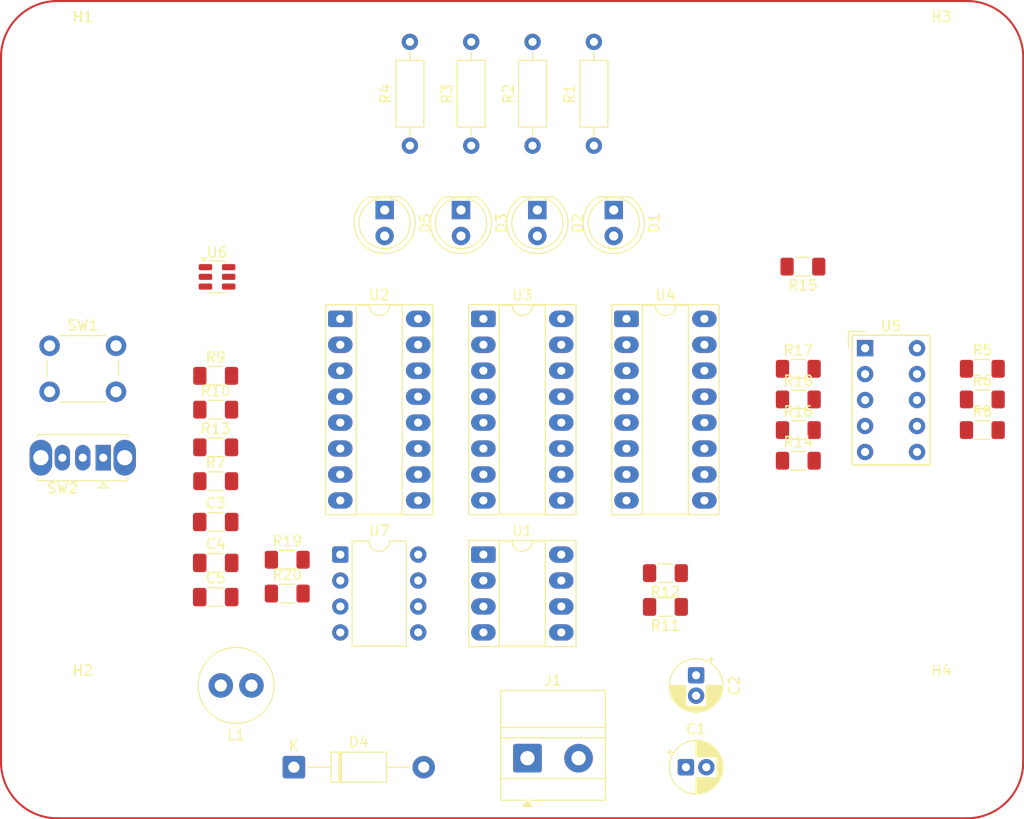
<source format=kicad_pcb>
(kicad_pcb (version 20241229) (generator "pcbnew") (generator_version "9.0")
  (layers (0 "F.Cu" signal) (2 "B.Cu" signal) (13 "F.Paste" user) (15 "B.Paste" user) (5 "F.SilkS" user "F.Silkscreen") (7 "B.SilkS" user "B.Silkscreen") (1 "F.Mask" user) (3 "B.Mask" user) (25 "Edge.Cuts" user))
  (net 0 "")
  (net 1 "GND")
  (net 2 "VD")
  (net 3 "+5V")
  (net 4 "Net-(SW2-A)")
  (net 5 "Net-(U7-THR)")
  (net 6 "Q0")
  (net 7 "Net-(D1-K)")
  (net 8 "Net-(D2-K)")
  (net 9 "Q1")
  (net 10 "Net-(D3-K)")
  (net 11 "Q2")
  (net 12 "Net-(D4-K)")
  (net 13 "Net-(D5-K)")
  (net 14 "Q3")
  (net 15 "Net-(U4-a)")
  (net 16 "Net-(U5-A)")
  (net 17 "Net-(U4-b)")
  (net 18 "Net-(U5-B)")
  (net 19 "Clock")
  (net 20 "Net-(U4-c)")
  (net 21 "Net-(U5-C)")
  (net 22 "Net-(U2A-J)")
  (net 23 "Net-(U2B-J)")
  (net 24 "Net-(U3A-J)")
  (net 25 "Net-(U3B-J)")
  (net 26 "Net-(R13-Pad1)")
  (net 27 "Net-(U4-d)")
  (net 28 "Net-(U5-D)")
  (net 29 "Net-(U4-BI)")
  (net 30 "Net-(U5-E)")
  (net 31 "Net-(U4-e)")
  (net 32 "Net-(U4-f)")
  (net 33 "Net-(U5-F)")
  (net 34 "Net-(U5-G)")
  (net 35 "Net-(U4-g)")
  (net 36 "Net-(U7-DIS)")
  (net 37 "555")
  (net 40 "Reset")
  (footprint "Button_Switch_THT:SW_PUSH_6mm_H4.3mm" (layer "F.Cu") (at 103.75 84.75)
    (property "Reference" "SW1" (at 3.25 -2 0) (layer "F.SilkS"))
    (property "Value" "SW_Push")
    (pad "1" thru_hole circle (at 0 0 90) (size 2 2) (drill 1.1) (layers "*.Cu" "*.Mask") (net 1 "GND"))
    (pad "1" thru_hole circle (at 6.5 0 90) (size 2 2) (drill 1.1) (layers "*.Cu" "*.Mask") (net 1 "GND"))
    (pad "2" thru_hole circle (at 0 4.5 90) (size 2 2) (drill 1.1) (layers "*.Cu" "*.Mask") (net 26 "Net-(R13-Pad1)"))
    (pad "2" thru_hole circle (at 6.5 4.5 90) (size 2 2) (drill 1.1) (layers "*.Cu" "*.Mask") (net 26 "Net-(R13-Pad1)"))
  )
  (footprint "Resistor_SMD:R_1206_3216Metric_Pad1.30x1.75mm_HandSolder" (layer "F.Cu") (at 120 94.69)
    (property "Reference" "R13" (at 0 -1.83 0) (layer "F.SilkS"))
    (property "Value" "2k")
    (pad "1" smd roundrect (at -1.55 0) (size 1.3 1.75) (layers "F.Cu" "F.Mask" "F.Paste") (roundrect_rratio 0.192308) (net 26 "Net-(R13-Pad1)"))
    (pad "2" smd roundrect (at 1.55 0) (size 1.3 1.75) (layers "F.Cu" "F.Mask" "F.Paste") (roundrect_rratio 0.192308) (net 4 "Net-(SW2-A)"))
  )
  (footprint "Resistor_SMD:R_1206_3216Metric_Pad1.30x1.75mm_HandSolder" (layer "F.Cu") (at 195 93)
    (property "Reference" "R8" (at 0 -1.83 0) (layer "F.SilkS"))
    (property "Value" "2k")
    (pad "1" smd roundrect (at -1.55 0) (size 1.3 1.75) (layers "F.Cu" "F.Mask" "F.Paste") (roundrect_rratio 0.192308) (net 21 "Net-(U5-C)"))
    (pad "2" smd roundrect (at 1.55 0) (size 1.3 1.75) (layers "F.Cu" "F.Mask" "F.Paste") (roundrect_rratio 0.192308) (net 20 "Net-(U4-c)"))
  )
  (footprint "Resistor_SMD:R_1206_3216Metric_Pad1.30x1.75mm_HandSolder" (layer "F.Cu") (at 120 91)
    (property "Reference" "R10" (at 0 -1.83 0) (layer "F.SilkS"))
    (property "Value" "10K")
    (pad "1" smd roundrect (at -1.55 0) (size 1.3 1.75) (layers "F.Cu" "F.Mask" "F.Paste") (roundrect_rratio 0.192308) (net 23 "Net-(U2B-J)"))
    (pad "2" smd roundrect (at 1.55 0) (size 1.3 1.75) (layers "F.Cu" "F.Mask" "F.Paste") (roundrect_rratio 0.192308) (net 3 "+5V"))
  )
  (footprint "Resistor_SMD:R_1206_3216Metric_Pad1.30x1.75mm_HandSolder" (layer "F.Cu") (at 177 87)
    (property "Reference" "R17" (at 0 -1.83 0) (layer "F.SilkS"))
    (property "Value" "2k")
    (pad "1" smd roundrect (at -1.55 0) (size 1.3 1.75) (layers "F.Cu" "F.Mask" "F.Paste") (roundrect_rratio 0.192308) (net 32 "Net-(U4-f)"))
    (pad "2" smd roundrect (at 1.55 0) (size 1.3 1.75) (layers "F.Cu" "F.Mask" "F.Paste") (roundrect_rratio 0.192308) (net 33 "Net-(U5-F)"))
  )
  (footprint "MountingHole:MountingHole_5.5mm" (layer "F.Cu") (at 191 123)
    (property "Reference" "H4" (at 0 -6.45 0) (layer "F.SilkS"))
    (property "Value" "MountingHole")
    (pad "" np_thru_hole circle (at 0 0) (size 5.5 5.5) (drill 5.5) (layers "*.Cu" "*.Mask"))
  )
  (footprint "Package_TO_SOT_SMD:SOT-23-6" (layer "F.Cu") (at 120.1375 78)
    (property "Reference" "U6" (at 0 -2.4 0) (layer "F.SilkS"))
    (property "Value" "74LVC1G11")
    (pad "1" smd roundrect (at -1.1375 -0.95) (size 1.325 0.6) (layers "F.Cu" "F.Mask" "F.Paste") (net 14 "Q3"))
    (pad "2" smd roundrect (at -1.1375 0) (size 1.325 0.6) (layers "F.Cu" "F.Mask" "F.Paste") (net 1 "GND"))
    (pad "3" smd roundrect (at -1.1375 0.95) (size 1.325 0.6) (layers "F.Cu" "F.Mask" "F.Paste") (net 19 "Clock"))
    (pad "4" smd roundrect (at 1.1375 0.95) (size 1.325 0.6) (layers "F.Cu" "F.Mask" "F.Paste") (net 40 "Reset"))
    (pad "5" smd roundrect (at 1.1375 0) (size 1.325 0.6) (layers "F.Cu" "F.Mask" "F.Paste") (net 3 "+5V"))
    (pad "6" smd roundrect (at 1.1375 -0.95) (size 1.325 0.6) (layers "F.Cu" "F.Mask" "F.Paste") (net 9 "Q1"))
  )
  (footprint "Button_Switch_THT:SW_Slide_SPDT_Straight_CK_OS102011MS2Q" (layer "F.Cu") (at 109 95.7025 180)
    (property "Reference" "SW2" (at 3.99 -2.99 0) (layer "F.SilkS"))
    (property "Value" "SW_SPDT_312")
    (pad "" thru_hole oval (at -2.1 0 180) (size 2.2 3.5) (drill 1.5) (layers "*.Cu" "*.Mask"))
    (pad "" thru_hole oval (at 6.1 0 180) (size 2.2 3.5) (drill 1.5) (layers "*.Cu" "*.Mask"))
    (pad "1" thru_hole rect (at 0 0 180) (size 1.5 2.5) (drill 0.8) (layers "*.Cu" "*.Mask") (net 19 "Clock"))
    (pad "2" thru_hole oval (at 2 0 180) (size 1.5 2.5) (drill 0.8) (layers "*.Cu" "*.Mask") (net 37 "555"))
    (pad "3" thru_hole oval (at 4 0 180) (size 1.5 2.5) (drill 0.8) (layers "*.Cu" "*.Mask") (net 4 "Net-(SW2-A)"))
  )
  (footprint "Resistor_SMD:R_1206_3216Metric_Pad1.30x1.75mm_HandSolder" (layer "F.Cu") (at 195 90)
    (property "Reference" "R6" (at 0 -1.83 0) (layer "F.SilkS"))
    (property "Value" "2k")
    (pad "1" smd roundrect (at -1.55 0) (size 1.3 1.75) (layers "F.Cu" "F.Mask" "F.Paste") (roundrect_rratio 0.192308) (net 17 "Net-(U4-b)"))
    (pad "2" smd roundrect (at 1.55 0) (size 1.3 1.75) (layers "F.Cu" "F.Mask" "F.Paste") (roundrect_rratio 0.192308) (net 18 "Net-(U5-B)"))
  )
  (footprint "Resistor_THT:R_Axial_DIN0207_L6.3mm_D2.5mm_P10.16mm_Horizontal" (layer "F.Cu") (at 145 65.16 90)
    (property "Reference" "R3" (at 5.08 -2.37 90) (layer "F.SilkS"))
    (property "Value" "4k7")
    (pad "1" thru_hole circle (at 0 0 90) (size 1.6 1.6) (drill 0.8) (layers "*.Cu" "*.Mask") (net 10 "Net-(D3-K)"))
    (pad "2" thru_hole circle (at 10.16 0 90) (size 1.6 1.6) (drill 0.8) (layers "*.Cu" "*.Mask") (net 1 "GND"))
  )
  (footprint "Package_DIP:DIP-16_W7.62mm_Socket_LongPads" (layer "F.Cu") (at 132.19 82.11)
    (property "Reference" "U2" (at 3.81 -2.33 0) (layer "F.SilkS"))
    (property "Value" "4027")
    (pad "1" thru_hole roundrect (at 0 0) (size 2.4 1.6) (drill 0.8) (layers "*.Cu" "*.Mask") (roundrect_rratio 0.15625) (net 6 "Q0"))
    (pad "2" thru_hole oval (at 0 2.54) (size 2.4 1.6) (drill 0.8) (layers "*.Cu" "*.Mask"))
    (pad "3" thru_hole oval (at 0 5.08) (size 2.4 1.6) (drill 0.8) (layers "*.Cu" "*.Mask") (net 19 "Clock"))
    (pad "4" thru_hole oval (at 0 7.62) (size 2.4 1.6) (drill 0.8) (layers "*.Cu" "*.Mask") (net 40 "Reset"))
    (pad "5" thru_hole oval (at 0 10.16) (size 2.4 1.6) (drill 0.8) (layers "*.Cu" "*.Mask") (net 22 "Net-(U2A-J)"))
    (pad "6" thru_hole oval (at 0 12.7) (size 2.4 1.6) (drill 0.8) (layers "*.Cu" "*.Mask") (net 22 "Net-(U2A-J)"))
    (pad "7" thru_hole oval (at 0 15.24) (size 2.4 1.6) (drill 0.8) (layers "*.Cu" "*.Mask") (net 1 "GND"))
    (pad "8" thru_hole oval (at 0 17.78) (size 2.4 1.6) (drill 0.8) (layers "*.Cu" "*.Mask") (net 1 "GND"))
    (pad "9" thru_hole oval (at 7.62 17.78) (size 2.4 1.6) (drill 0.8) (layers "*.Cu" "*.Mask") (net 1 "GND"))
    (pad "10" thru_hole oval (at 7.62 15.24) (size 2.4 1.6) (drill 0.8) (layers "*.Cu" "*.Mask") (net 23 "Net-(U2B-J)"))
    (pad "11" thru_hole oval (at 7.62 12.7) (size 2.4 1.6) (drill 0.8) (layers "*.Cu" "*.Mask") (net 23 "Net-(U2B-J)"))
    (pad "12" thru_hole oval (at 7.62 10.16) (size 2.4 1.6) (drill 0.8) (layers "*.Cu" "*.Mask") (net 40 "Reset"))
    (pad "13" thru_hole oval (at 7.62 7.62) (size 2.4 1.6) (drill 0.8) (layers "*.Cu" "*.Mask") (net 6 "Q0"))
    (pad "14" thru_hole oval (at 7.62 5.08) (size 2.4 1.6) (drill 0.8) (layers "*.Cu" "*.Mask"))
    (pad "15" thru_hole oval (at 7.62 2.54) (size 2.4 1.6) (drill 0.8) (layers "*.Cu" "*.Mask") (net 9 "Q1"))
    (pad "16" thru_hole oval (at 7.62 0) (size 2.4 1.6) (drill 0.8) (layers "*.Cu" "*.Mask") (net 3 "+5V"))
  )
  (footprint "Capacitor_THT:CP_Radial_D5.0mm_P2.00mm" (layer "F.Cu") (at 167 117 -90)
    (property "Reference" "C2" (at 1 -3.75 90) (layer "F.SilkS"))
    (property "Value" "220u")
    (pad "1" thru_hole roundrect (at 0 0 270) (size 1.6 1.6) (drill 0.8) (layers "*.Cu" "*.Mask") (roundrect_rratio 0.15625) (net 3 "+5V"))
    (pad "2" thru_hole circle (at 2 0 270) (size 1.6 1.6) (drill 0.8) (layers "*.Cu" "*.Mask") (net 1 "GND"))
  )
  (footprint "Resistor_SMD:R_1206_3216Metric_Pad1.30x1.75mm_HandSolder" (layer "F.Cu") (at 127 105.69)
    (property "Reference" "R19" (at 0 -1.83 0) (layer "F.SilkS"))
    (property "Value" "47k")
    (pad "1" smd roundrect (at -1.55 0) (size 1.3 1.75) (layers "F.Cu" "F.Mask" "F.Paste") (roundrect_rratio 0.192308) (net 3 "+5V"))
    (pad "2" smd roundrect (at 1.55 0) (size 1.3 1.75) (layers "F.Cu" "F.Mask" "F.Paste") (roundrect_rratio 0.192308) (net 36 "Net-(U7-DIS)"))
  )
  (footprint "Resistor_SMD:R_1206_3216Metric_Pad1.30x1.75mm_HandSolder" (layer "F.Cu") (at 177.45 77 180)
    (property "Reference" "R15" (at 0 -1.83 0) (layer "F.SilkS"))
    (property "Value" "10k")
    (pad "1" smd roundrect (at -1.55 0 180) (size 1.3 1.75) (layers "F.Cu" "F.Mask" "F.Paste") (roundrect_rratio 0.192308) (net 3 "+5V"))
    (pad "2" smd roundrect (at 1.55 0 180) (size 1.3 1.75) (layers "F.Cu" "F.Mask" "F.Paste") (roundrect_rratio 0.192308) (net 29 "Net-(U4-BI)"))
  )
  (footprint "Package_DIP:DIP-8_W7.62mm" (layer "F.Cu") (at 132.195 105.19)
    (property "Reference" "U7" (at 3.81 -2.33 0) (layer "F.SilkS"))
    (property "Value" "NE555P")
    (pad "1" thru_hole roundrect (at 0 0) (size 1.6 1.6) (drill 0.8) (layers "*.Cu" "*.Mask") (roundrect_rratio 0.15625) (net 1 "GND"))
    (pad "2" thru_hole circle (at 0 2.54) (size 1.6 1.6) (drill 0.8) (layers "*.Cu" "*.Mask") (net 5 "Net-(U7-THR)"))
    (pad "3" thru_hole circle (at 0 5.08) (size 1.6 1.6) (drill 0.8) (layers "*.Cu" "*.Mask") (net 37 "555"))
    (pad "4" thru_hole circle (at 0 7.62) (size 1.6 1.6) (drill 0.8) (layers "*.Cu" "*.Mask") (net 3 "+5V"))
    (pad "5" thru_hole circle (at 7.62 7.62) (size 1.6 1.6) (drill 0.8) (layers "*.Cu" "*.Mask"))
    (pad "6" thru_hole circle (at 7.62 5.08) (size 1.6 1.6) (drill 0.8) (layers "*.Cu" "*.Mask") (net 5 "Net-(U7-THR)"))
    (pad "7" thru_hole circle (at 7.62 2.54) (size 1.6 1.6) (drill 0.8) (layers "*.Cu" "*.Mask") (net 36 "Net-(U7-DIS)"))
    (pad "8" thru_hole circle (at 7.62 0) (size 1.6 1.6) (drill 0.8) (layers "*.Cu" "*.Mask") (net 3 "+5V"))
  )
  (footprint "Resistor_THT:R_Axial_DIN0207_L6.3mm_D2.5mm_P10.16mm_Horizontal" (layer "F.Cu") (at 139 65.16 90)
    (property "Reference" "R4" (at 5.08 -2.37 90) (layer "F.SilkS"))
    (property "Value" "4kz")
    (pad "1" thru_hole circle (at 0 0 90) (size 1.6 1.6) (drill 0.8) (layers "*.Cu" "*.Mask") (net 13 "Net-(D5-K)"))
    (pad "2" thru_hole circle (at 10.16 0 90) (size 1.6 1.6) (drill 0.8) (layers "*.Cu" "*.Mask") (net 1 "GND"))
  )
  (footprint "Package_DIP:DIP-16_W7.62mm_Socket_LongPads" (layer "F.Cu") (at 146.19 82.11)
    (property "Reference" "U3" (at 3.81 -2.33 0) (layer "F.SilkS"))
    (property "Value" "4027")
    (pad "1" thru_hole roundrect (at 0 0) (size 2.4 1.6) (drill 0.8) (layers "*.Cu" "*.Mask") (roundrect_rratio 0.15625) (net 11 "Q2"))
    (pad "2" thru_hole oval (at 0 2.54) (size 2.4 1.6) (drill 0.8) (layers "*.Cu" "*.Mask"))
    (pad "3" thru_hole oval (at 0 5.08) (size 2.4 1.6) (drill 0.8) (layers "*.Cu" "*.Mask") (net 9 "Q1"))
    (pad "4" thru_hole oval (at 0 7.62) (size 2.4 1.6) (drill 0.8) (layers "*.Cu" "*.Mask") (net 40 "Reset"))
    (pad "5" thru_hole oval (at 0 10.16) (size 2.4 1.6) (drill 0.8) (layers "*.Cu" "*.Mask") (net 24 "Net-(U3A-J)"))
    (pad "6" thru_hole oval (at 0 12.7) (size 2.4 1.6) (drill 0.8) (layers "*.Cu" "*.Mask") (net 24 "Net-(U3A-J)"))
    (pad "7" thru_hole oval (at 0 15.24) (size 2.4 1.6) (drill 0.8) (layers "*.Cu" "*.Mask") (net 1 "GND"))
    (pad "8" thru_hole oval (at 0 17.78) (size 2.4 1.6) (drill 0.8) (layers "*.Cu" "*.Mask") (net 1 "GND"))
    (pad "9" thru_hole oval (at 7.62 17.78) (size 2.4 1.6) (drill 0.8) (layers "*.Cu" "*.Mask") (net 1 "GND"))
    (pad "10" thru_hole oval (at 7.62 15.24) (size 2.4 1.6) (drill 0.8) (layers "*.Cu" "*.Mask") (net 25 "Net-(U3B-J)"))
    (pad "11" thru_hole oval (at 7.62 12.7) (size 2.4 1.6) (drill 0.8) (layers "*.Cu" "*.Mask") (net 25 "Net-(U3B-J)"))
    (pad "12" thru_hole oval (at 7.62 10.16) (size 2.4 1.6) (drill 0.8) (layers "*.Cu" "*.Mask") (net 40 "Reset"))
    (pad "13" thru_hole oval (at 7.62 7.62) (size 2.4 1.6) (drill 0.8) (layers "*.Cu" "*.Mask") (net 11 "Q2"))
    (pad "14" thru_hole oval (at 7.62 5.08) (size 2.4 1.6) (drill 0.8) (layers "*.Cu" "*.Mask"))
    (pad "15" thru_hole oval (at 7.62 2.54) (size 2.4 1.6) (drill 0.8) (layers "*.Cu" "*.Mask") (net 14 "Q3"))
    (pad "16" thru_hole oval (at 7.62 0) (size 2.4 1.6) (drill 0.8) (layers "*.Cu" "*.Mask") (net 3 "+5V"))
  )
  (footprint "MountingHole:MountingHole_5.5mm" (layer "F.Cu") (at 191 59)
    (property "Reference" "H3" (at 0 -6.45 0) (layer "F.SilkS"))
    (property "Value" "MountingHole")
    (pad "" np_thru_hole circle (at 0 0) (size 5.5 5.5) (drill 5.5) (layers "*.Cu" "*.Mask"))
  )
  (footprint "MountingHole:MountingHole_5.5mm" (layer "F.Cu") (at 107 59)
    (property "Reference" "H1" (at 0 -6.45 0) (layer "F.SilkS"))
    (property "Value" "MountingHole")
    (pad "" np_thru_hole circle (at 0 0) (size 5.5 5.5) (drill 5.5) (layers "*.Cu" "*.Mask"))
  )
  (footprint "Package_DIP:DIP-16_W7.62mm_Socket_LongPads" (layer "F.Cu") (at 160.19 82.11)
    (property "Reference" "U4" (at 3.81 -2.33 0) (layer "F.SilkS"))
    (property "Value" "74LS47")
    (pad "1" thru_hole roundrect (at 0 0) (size 2.4 1.6) (drill 0.8) (layers "*.Cu" "*.Mask") (roundrect_rratio 0.15625) (net 9 "Q1"))
    (pad "2" thru_hole oval (at 0 2.54) (size 2.4 1.6) (drill 0.8) (layers "*.Cu" "*.Mask") (net 11 "Q2"))
    (pad "3" thru_hole oval (at 0 5.08) (size 2.4 1.6) (drill 0.8) (layers "*.Cu" "*.Mask") (net 29 "Net-(U4-BI)"))
    (pad "4" thru_hole oval (at 0 7.62) (size 2.4 1.6) (drill 0.8) (layers "*.Cu" "*.Mask") (net 29 "Net-(U4-BI)"))
    (pad "5" thru_hole oval (at 0 10.16) (size 2.4 1.6) (drill 0.8) (layers "*.Cu" "*.Mask") (net 29 "Net-(U4-BI)"))
    (pad "6" thru_hole oval (at 0 12.7) (size 2.4 1.6) (drill 0.8) (layers "*.Cu" "*.Mask") (net 14 "Q3"))
    (pad "7" thru_hole oval (at 0 15.24) (size 2.4 1.6) (drill 0.8) (layers "*.Cu" "*.Mask") (net 6 "Q0"))
    (pad "8" thru_hole oval (at 0 17.78) (size 2.4 1.6) (drill 0.8) (layers "*.Cu" "*.Mask") (net 1 "GND"))
    (pad "9" thru_hole oval (at 7.62 17.78) (size 2.4 1.6) (drill 0.8) (layers "*.Cu" "*.Mask") (net 31 "Net-(U4-e)"))
    (pad "10" thru_hole oval (at 7.62 15.24) (size 2.4 1.6) (drill 0.8) (layers "*.Cu" "*.Mask") (net 27 "Net-(U4-d)"))
    (pad "11" thru_hole oval (at 7.62 12.7) (size 2.4 1.6) (drill 0.8) (layers "*.Cu" "*.Mask") (net 20 "Net-(U4-c)"))
    (pad "12" thru_hole oval (at 7.62 10.16) (size 2.4 1.6) (drill 0.8) (layers "*.Cu" "*.Mask") (net 17 "Net-(U4-b)"))
    (pad "13" thru_hole oval (at 7.62 7.62) (size 2.4 1.6) (drill 0.8) (layers "*.Cu" "*.Mask") (net 15 "Net-(U4-a)"))
    (pad "14" thru_hole oval (at 7.62 5.08) (size 2.4 1.6) (drill 0.8) (layers "*.Cu" "*.Mask") (net 35 "Net-(U4-g)"))
    (pad "15" thru_hole oval (at 7.62 2.54) (size 2.4 1.6) (drill 0.8) (layers "*.Cu" "*.Mask") (net 32 "Net-(U4-f)"))
    (pad "16" thru_hole oval (at 7.62 0) (size 2.4 1.6) (drill 0.8) (layers "*.Cu" "*.Mask") (net 3 "+5V"))
  )
  (footprint "LED_THT:LED_D5.0mm" (layer "F.Cu") (at 144 71.46 -90)
    (property "Reference" "D3" (at 1.27 -3.96 90) (layer "F.SilkS"))
    (property "Value" "LED")
    (pad "1" thru_hole rect (at 0 0 270) (size 1.8 1.8) (drill 0.9) (layers "*.Cu" "*.Mask") (net 10 "Net-(D3-K)"))
    (pad "2" thru_hole circle (at 2.54 0 270) (size 1.8 1.8) (drill 0.9) (layers "*.Cu" "*.Mask") (net 11 "Q2"))
  )
  (footprint "Package_DIP:DIP-8_W7.62mm_Socket_LongPads" (layer "F.Cu") (at 146.19 105.19)
    (property "Reference" "U1" (at 3.81 -2.33 0) (layer "F.SilkS"))
    (property "Value" "LM2574N-5")
    (pad "1" thru_hole roundrect (at 0 0) (size 2.4 1.6) (drill 0.8) (layers "*.Cu" "*.Mask") (roundrect_rratio 0.15625) (net 3 "+5V"))
    (pad "2" thru_hole oval (at 0 2.54) (size 2.4 1.6) (drill 0.8) (layers "*.Cu" "*.Mask") (net 1 "GND"))
    (pad "3" thru_hole oval (at 0 5.08) (size 2.4 1.6) (drill 0.8) (layers "*.Cu" "*.Mask") (net 1 "GND"))
    (pad "4" thru_hole oval (at 0 7.62) (size 2.4 1.6) (drill 0.8) (layers "*.Cu" "*.Mask") (net 1 "GND"))
    (pad "5" thru_hole oval (at 7.62 7.62) (size 2.4 1.6) (drill 0.8) (layers "*.Cu" "*.Mask") (net 2 "VD"))
    (pad "6" thru_hole oval (at 7.62 5.08) (size 2.4 1.6) (drill 0.8) (layers "*.Cu" "*.Mask"))
    (pad "7" thru_hole oval (at 7.62 2.54) (size 2.4 1.6) (drill 0.8) (layers "*.Cu" "*.Mask") (net 12 "Net-(D4-K)"))
    (pad "8" thru_hole oval (at 7.62 0) (size 2.4 1.6) (drill 0.8) (layers "*.Cu" "*.Mask"))
  )
  (footprint "Resistor_SMD:R_1206_3216Metric_Pad1.30x1.75mm_HandSolder" (layer "F.Cu") (at 177 96)
    (property "Reference" "R14" (at 0 -1.83 0) (layer "F.SilkS"))
    (property "Value" "2k")
    (pad "1" smd roundrect (at -1.55 0) (size 1.3 1.75) (layers "F.Cu" "F.Mask" "F.Paste") (roundrect_rratio 0.192308) (net 27 "Net-(U4-d)"))
    (pad "2" smd roundrect (at 1.55 0) (size 1.3 1.75) (layers "F.Cu" "F.Mask" "F.Paste") (roundrect_rratio 0.192308) (net 28 "Net-(U5-D)"))
  )
  (footprint "Capacitor_THT:CP_Radial_D5.0mm_P2.00mm" (layer "F.Cu") (at 166 126)
    (property "Reference" "C1" (at 1 -3.75 0) (layer "F.SilkS"))
    (property "Value" "22u")
    (pad "1" thru_hole roundrect (at 0 0) (size 1.6 1.6) (drill 0.8) (layers "*.Cu" "*.Mask") (roundrect_rratio 0.15625) (net 2 "VD"))
    (pad "2" thru_hole circle (at 2 0) (size 1.6 1.6) (drill 0.8) (layers "*.Cu" "*.Mask") (net 1 "GND"))
  )
  (footprint "Display_7Segment:HDSP-7401" (layer "F.Cu") (at 183.5325 84.9825)
    (property "Reference" "U5" (at 2.54 -2.159 0) (layer "F.SilkS"))
    (property "Value" "FYS-3911BUHR-21")
    (pad "1" thru_hole rect (at 0 0) (size 1.6 1.6) (drill 0.8) (layers "*.Cu" "*.Mask") (net 3 "+5V"))
    (pad "2" thru_hole circle (at 0 2.54) (size 1.6 1.6) (drill 0.8) (layers "*.Cu" "*.Mask") (net 33 "Net-(U5-F)"))
    (pad "3" thru_hole circle (at 0 5.08) (size 1.6 1.6) (drill 0.8) (layers "*.Cu" "*.Mask") (net 34 "Net-(U5-G)"))
    (pad "4" thru_hole circle (at 0 7.62) (size 1.6 1.6) (drill 0.8) (layers "*.Cu" "*.Mask") (net 30 "Net-(U5-E)"))
    (pad "5" thru_hole circle (at 0 10.16) (size 1.6 1.6) (drill 0.8) (layers "*.Cu" "*.Mask") (net 28 "Net-(U5-D)"))
    (pad "6" thru_hole circle (at 5.08 10.16) (size 1.6 1.6) (drill 0.8) (layers "*.Cu" "*.Mask") (net 3 "+5V"))
    (pad "7" thru_hole circle (at 5.08 7.62) (size 1.6 1.6) (drill 0.8) (layers "*.Cu" "*.Mask"))
    (pad "8" thru_hole circle (at 5.08 5.08) (size 1.6 1.6) (drill 0.8) (layers "*.Cu" "*.Mask") (net 21 "Net-(U5-C)"))
    (pad "9" thru_hole circle (at 5.08 2.54) (size 1.6 1.6) (drill 0.8) (layers "*.Cu" "*.Mask") (net 18 "Net-(U5-B)"))
    (pad "10" thru_hole circle (at 5.08 0) (size 1.6 1.6) (drill 0.8) (layers "*.Cu" "*.Mask") (net 16 "Net-(U5-A)"))
  )
  (footprint "LED_THT:LED_D5.0mm" (layer "F.Cu") (at 151.47 71.46 -90)
    (property "Reference" "D2" (at 1.27 -3.96 90) (layer "F.SilkS"))
    (property "Value" "LED")
    (pad "1" thru_hole rect (at 0 0 270) (size 1.8 1.8) (drill 0.9) (layers "*.Cu" "*.Mask") (net 8 "Net-(D2-K)"))
    (pad "2" thru_hole circle (at 2.54 0 270) (size 1.8 1.8) (drill 0.9) (layers "*.Cu" "*.Mask") (net 9 "Q1"))
  )
  (footprint "Diode_THT:D_DO-41_SOD81_P12.70mm_Horizontal" (layer "F.Cu") (at 127.65 126)
    (property "Reference" "D4" (at 6.35 -2.47 0) (layer "F.SilkS"))
    (property "Value" "11DQ06")
    (fp_text user "K" (at 0 -2.1 0) (layer "F.SilkS"))
    (pad "1" thru_hole roundrect (at 0 0) (size 2.2 2.2) (drill 1.1) (layers "*.Cu" "*.Mask") (roundrect_rratio 0.113636) (net 12 "Net-(D4-K)"))
    (pad "2" thru_hole circle (at 12.7 0) (size 2.2 2.2) (drill 1.1) (layers "*.Cu" "*.Mask") (net 1 "GND"))
  )
  (footprint "Capacitor_SMD:C_1206_3216Metric_Pad1.33x1.80mm_HandSolder" (layer "F.Cu") (at 120 102)
    (property "Reference" "C3" (at 0 -1.85 0) (layer "F.SilkS"))
    (property "Value" "1u")
    (pad "1" smd roundrect (at -1.5625 0) (size 1.325 1.8) (layers "F.Cu" "F.Mask" "F.Paste") (roundrect_rratio 0.188679) (net 1 "GND"))
    (pad "2" smd roundrect (at 1.5625 0) (size 1.325 1.8) (layers "F.Cu" "F.Mask" "F.Paste") (roundrect_rratio 0.188679) (net 4 "Net-(SW2-A)"))
  )
  (footprint "Resistor_SMD:R_1206_3216Metric_Pad1.30x1.75mm_HandSolder" (layer "F.Cu") (at 195 87)
    (property "Reference" "R5" (at 0 -1.83 0) (layer "F.SilkS"))
    (property "Value" "2k")
    (pad "1" smd roundrect (at -1.55 0) (size 1.3 1.75) (layers "F.Cu" "F.Mask" "F.Paste") (roundrect_rratio 0.192308) (net 15 "Net-(U4-a)"))
    (pad "2" smd roundrect (at 1.55 0) (size 1.3 1.75) (layers "F.Cu" "F.Mask" "F.Paste") (roundrect_rratio 0.192308) (net 16 "Net-(U5-A)"))
  )
  (footprint "Capacitor_SMD:C_1206_3216Metric_Pad1.33x1.80mm_HandSolder" (layer "F.Cu") (at 120 106)
    (property "Reference" "C4" (at 0 -1.85 0) (layer "F.SilkS"))
    (property "Value" "100n")
    (pad "1" smd roundrect (at -1.5625 0) (size 1.325 1.8) (layers "F.Cu" "F.Mask" "F.Paste") (roundrect_rratio 0.188679) (net 3 "+5V"))
    (pad "2" smd roundrect (at 1.5625 0) (size 1.325 1.8) (layers "F.Cu" "F.Mask" "F.Paste") (roundrect_rratio 0.188679) (net 1 "GND"))
  )
  (footprint "Resistor_THT:R_Axial_DIN0207_L6.3mm_D2.5mm_P10.16mm_Horizontal" (layer "F.Cu") (at 151 65.16 90)
    (property "Reference" "R2" (at 5.08 -2.37 90) (layer "F.SilkS"))
    (property "Value" "4k7")
    (pad "1" thru_hole circle (at 0 0 90) (size 1.6 1.6) (drill 0.8) (layers "*.Cu" "*.Mask") (net 8 "Net-(D2-K)"))
    (pad "2" thru_hole circle (at 10.16 0 90) (size 1.6 1.6) (drill 0.8) (layers "*.Cu" "*.Mask") (net 1 "GND"))
  )
  (footprint "Resistor_SMD:R_1206_3216Metric_Pad1.30x1.75mm_HandSolder" (layer "F.Cu") (at 164 110.31 180)
    (property "Reference" "R11" (at 0 -1.83 0) (layer "F.SilkS"))
    (property "Value" "10K")
    (pad "1" smd roundrect (at -1.55 0 180) (size 1.3 1.75) (layers "F.Cu" "F.Mask" "F.Paste") (roundrect_rratio 0.192308) (net 24 "Net-(U3A-J)"))
    (pad "2" smd roundrect (at 1.55 0 180) (size 1.3 1.75) (layers "F.Cu" "F.Mask" "F.Paste") (roundrect_rratio 0.192308) (net 3 "+5V"))
  )
  (footprint "Resistor_SMD:R_1206_3216Metric_Pad1.30x1.75mm_HandSolder" (layer "F.Cu") (at 177 93)
    (property "Reference" "R16" (at 0 -1.83 0) (layer "F.SilkS"))
    (property "Value" "2k")
    (pad "1" smd roundrect (at -1.55 0) (size 1.3 1.75) (layers "F.Cu" "F.Mask" "F.Paste") (roundrect_rratio 0.192308) (net 31 "Net-(U4-e)"))
    (pad "2" smd roundrect (at 1.55 0) (size 1.3 1.75) (layers "F.Cu" "F.Mask" "F.Paste") (roundrect_rratio 0.192308) (net 30 "Net-(U5-E)"))
  )
  (footprint "MountingHole:MountingHole_5.5mm" (layer "F.Cu") (at 107 123)
    (property "Reference" "H2" (at 0 -6.45 0) (layer "F.SilkS"))
    (property "Value" "MountingHole")
    (pad "" np_thru_hole circle (at 0 0) (size 5.5 5.5) (drill 5.5) (layers "*.Cu" "*.Mask"))
  )
  (footprint "Resistor_SMD:R_1206_3216Metric_Pad1.30x1.75mm_HandSolder" (layer "F.Cu") (at 127 109)
    (property "Reference" "R20" (at 0 -1.83 0) (layer "F.SilkS"))
    (property "Value" "47k")
    (pad "1" smd roundrect (at -1.55 0) (size 1.3 1.75) (layers "F.Cu" "F.Mask" "F.Paste") (roundrect_rratio 0.192308) (net 36 "Net-(U7-DIS)"))
    (pad "2" smd roundrect (at 1.55 0) (size 1.3 1.75) (layers "F.Cu" "F.Mask" "F.Paste") (roundrect_rratio 0.192308) (net 5 "Net-(U7-THR)"))
  )
  (footprint "Resistor_SMD:R_1206_3216Metric_Pad1.30x1.75mm_HandSolder" (layer "F.Cu") (at 164 107 180)
    (property "Reference" "R12" (at 0 -1.83 0) (layer "F.SilkS"))
    (property "Value" "10K")
    (pad "1" smd roundrect (at -1.55 0 180) (size 1.3 1.75) (layers "F.Cu" "F.Mask" "F.Paste") (roundrect_rratio 0.192308) (net 25 "Net-(U3B-J)"))
    (pad "2" smd roundrect (at 1.55 0 180) (size 1.3 1.75) (layers "F.Cu" "F.Mask" "F.Paste") (roundrect_rratio 0.192308) (net 3 "+5V"))
  )
  (footprint "LED_THT:LED_D5.0mm" (layer "F.Cu") (at 136.53 71.46 -90)
    (property "Reference" "D5" (at 1.27 -3.96 90) (layer "F.SilkS"))
    (property "Value" "LED")
    (pad "1" thru_hole rect (at 0 0 270) (size 1.8 1.8) (drill 0.9) (layers "*.Cu" "*.Mask") (net 13 "Net-(D5-K)"))
    (pad "2" thru_hole circle (at 2.54 0 270) (size 1.8 1.8) (drill 0.9) (layers "*.Cu" "*.Mask") (net 14 "Q3"))
  )
  (footprint "Resistor_THT:R_Axial_DIN0207_L6.3mm_D2.5mm_P10.16mm_Horizontal" (layer "F.Cu") (at 157 65.16 90)
    (property "Reference" "R1" (at 5.08 -2.37 90) (layer "F.SilkS"))
    (property "Value" "4k7")
    (pad "1" thru_hole circle (at 0 0 90) (size 1.6 1.6) (drill 0.8) (layers "*.Cu" "*.Mask") (net 7 "Net-(D1-K)"))
    (pad "2" thru_hole circle (at 10.16 0 90) (size 1.6 1.6) (drill 0.8) (layers "*.Cu" "*.Mask") (net 1 "GND"))
  )
  (footprint "Capacitor_SMD:C_1206_3216Metric_Pad1.33x1.80mm_HandSolder" (layer "F.Cu") (at 120 109.35)
    (property "Reference" "C5" (at 0 -1.85 0) (layer "F.SilkS"))
    (property "Value" "10u")
    (pad "1" smd roundrect (at -1.5625 0) (size 1.325 1.8) (layers "F.Cu" "F.Mask" "F.Paste") (roundrect_rratio 0.188679) (net 5 "Net-(U7-THR)"))
    (pad "2" smd roundrect (at 1.5625 0) (size 1.325 1.8) (layers "F.Cu" "F.Mask" "F.Paste") (roundrect_rratio 0.188679) (net 1 "GND"))
  )
  (footprint "Resistor_SMD:R_1206_3216Metric_Pad1.30x1.75mm_HandSolder" (layer "F.Cu") (at 177 90)
    (property "Reference" "R18" (at 0 -1.83 0) (layer "F.SilkS"))
    (property "Value" "2k")
    (pad "1" smd roundrect (at -1.55 0) (size 1.3 1.75) (layers "F.Cu" "F.Mask" "F.Paste") (roundrect_rratio 0.192308) (net 35 "Net-(U4-g)"))
    (pad "2" smd roundrect (at 1.55 0) (size 1.3 1.75) (layers "F.Cu" "F.Mask" "F.Paste") (roundrect_rratio 0.192308) (net 34 "Net-(U5-G)"))
  )
  (footprint "LED_THT:LED_D5.0mm" (layer "F.Cu") (at 158.94 71.46 -90)
    (property "Reference" "D1" (at 1.27 -3.96 90) (layer "F.SilkS"))
    (property "Value" "LED")
    (pad "1" thru_hole rect (at 0 0 270) (size 1.8 1.8) (drill 0.9) (layers "*.Cu" "*.Mask") (net 7 "Net-(D1-K)"))
    (pad "2" thru_hole circle (at 2.54 0 270) (size 1.8 1.8) (drill 0.9) (layers "*.Cu" "*.Mask") (net 6 "Q0"))
  )
  (footprint "TerminalBlock_MetzConnect:TerminalBlock_MetzConnect_Type011_RT05502HBLC_1x02_P5.00mm_Horizontal" (layer "F.Cu") (at 150.5 125.1175)
    (property "Reference" "J1" (at 2.5 -7.62 0) (layer "F.SilkS"))
    (property "Value" "Screw_Terminal_01x02")
    (pad "1" thru_hole roundrect (at 0 0) (size 2.8 2.8) (drill 1.4) (layers "*.Cu" "*.Mask") (roundrect_rratio 0.089286) (net 1 "GND"))
    (pad "2" thru_hole circle (at 5 0) (size 2.8 2.8) (drill 1.4) (layers "*.Cu" "*.Mask") (net 2 "VD"))
  )
  (footprint "Resistor_SMD:R_1206_3216Metric_Pad1.30x1.75mm_HandSolder" (layer "F.Cu") (at 120 87.69)
    (property "Reference" "R9" (at 0 -1.83 0) (layer "F.SilkS"))
    (property "Value" "10K")
    (pad "1" smd roundrect (at -1.55 0) (size 1.3 1.75) (layers "F.Cu" "F.Mask" "F.Paste") (roundrect_rratio 0.192308) (net 22 "Net-(U2A-J)"))
    (pad "2" smd roundrect (at 1.55 0) (size 1.3 1.75) (layers "F.Cu" "F.Mask" "F.Paste") (roundrect_rratio 0.192308) (net 3 "+5V"))
  )
  (footprint "Resistor_SMD:R_1206_3216Metric_Pad1.30x1.75mm_HandSolder" (layer "F.Cu") (at 120 98)
    (property "Reference" "R7" (at 0 -1.83 0) (layer "F.SilkS"))
    (property "Value" "10K")
    (pad "1" smd roundrect (at -1.55 0) (size 1.3 1.75) (layers "F.Cu" "F.Mask" "F.Paste") (roundrect_rratio 0.192308) (net 19 "Clock"))
    (pad "2" smd roundrect (at 1.55 0) (size 1.3 1.75) (layers "F.Cu" "F.Mask" "F.Paste") (roundrect_rratio 0.192308) (net 3 "+5V"))
  )
  (footprint "Inductor_THT:L_Radial_D7.2mm_P3.00mm_Murata_1700" (layer "F.Cu") (at 123.5 118 180)
    (property "Reference" "L1" (at 1.5 -4.85 0) (layer "F.SilkS"))
    (property "Value" "330u")
    (pad "1" thru_hole circle (at 0 0 180) (size 2.4 2.4) (drill 1.2) (layers "*.Cu" "*.Mask") (net 12 "Net-(D4-K)"))
    (pad "2" thru_hole circle (at 3 0 180) (size 2.4 2.4) (drill 1.2) (layers "*.Cu" "*.Mask") (net 3 "+5V"))
  )
  (gr_line (start 99 125.5) (end 99 56.5) (stroke (width 0.2)) (layer "F.Cu"))
  (gr_arc (start 99 56.5) (mid 100.610913 52.610913) (end 104.5 51) (stroke (width 0.2)) (layer "F.Cu"))
  (gr_line (start 199 56.5) (end 199 125.5) (stroke (width 0.2)) (layer "F.Cu"))
  (gr_arc (start 104.5 131) (mid 100.610913 129.389087) (end 99 125.5) (stroke (width 0.2)) (layer "F.Cu"))
  (gr_arc (start 193.5 51) (mid 197.389087 52.610913) (end 199 56.5) (stroke (width 0.2)) (layer "F.Cu"))
  (gr_line (start 193.5 131) (end 104.5 131) (stroke (width 0.2)) (layer "F.Cu"))
  (gr_arc (start 199 125.5) (mid 197.389087 129.389087) (end 193.5 131) (stroke (width 0.2)) (layer "F.Cu"))
  (gr_line (start 104.5 51) (end 193.5 51) (stroke (width 0.2)) (layer "F.Cu"))
)
</source>
